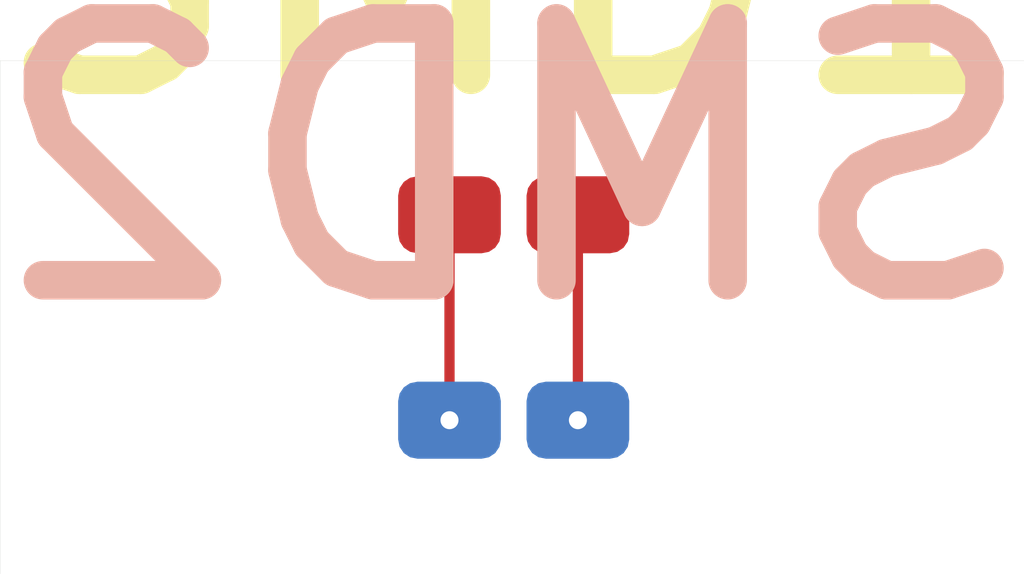
<source format=kicad_pcb>
(kicad_pcb (version 20240108) (generator "pcbnew") (generator_version "8.0")
  (layers (0 "F.Cu" signal "M1") (31 "B.Cu" signal "M2") (38 "B.Mask" user "BSM") (39 "F.Mask" user "TSM") (44 "Edge.Cuts" user))
  (net 0 "")
  (net 1 "GND")
  (net 2 "AVDD")
  (footprint "Capacitor_SMD:C_01005_0402Metric" (layer "F.Cu") (at 101.6 63.1)
    (property "Reference" "SMD1" (at 0 -1 0) (layer "F.SilkS"))
    (property "Value" "C_01005_0402Metric")
    (pad "1" smd roundrect (at -0.25 0) (size 0.4 0.3) (layers "F.Cu" "F.Mask") (net 2 "AVDD"))
    (pad "2" smd roundrect (at 0.25 0) (size 0.4 0.3) (layers "F.Cu" "F.Mask") (net 1 "GND"))
  )
  (footprint "Capacitor_SMD:C_01005_0402Metric" (layer "B.Cu") (at 101.6 63.9 180)
    (property "Reference" "SMD2" (at 0 1 180) (layer "B.SilkS") (effects (justify mirror)))
    (property "Value" "C_01005_0402Metric")
    (pad "1" smd roundrect (at -0.25 0 180) (size 0.4 0.3) (layers "B.Cu" "B.Mask") (net 1 "GND"))
    (pad "2" smd roundrect (at 0.25 0 180) (size 0.4 0.3) (layers "B.Cu" "B.Mask") (net 2 "AVDD"))
  )
  (gr_line (start 99.6 64.5) (end 103.6 64.5) (stroke (width 0.001)) (layer "Edge.Cuts"))
  (gr_line (start 99.6 62.5) (end 99.6 64.5) (stroke (width 0.001)) (layer "Edge.Cuts"))
  (gr_line (start 99.6 62.5) (end 103.6 62.5) (stroke (width 0.001)) (layer "Edge.Cuts"))
  (gr_line (start 103.6 62.5) (end 103.6 64.5) (stroke (width 0.001)) (layer "Edge.Cuts"))
  (segment (start 101.85 63.1) (end 101.85 63.9) (width 0.04) (layer "F.Cu") (net 1))
  (via micro (at 101.85 63.9) (size 0.18) (drill 0.07) (layers "F.Cu" "B.Cu") (net 1))
  (segment (start 101.35 63.1) (end 101.35 63.9) (width 0.04) (layer "F.Cu") (net 2))
  (via micro (at 101.35 63.9) (size 0.18) (drill 0.07) (layers "F.Cu" "B.Cu") (net 2))
)
</source>
